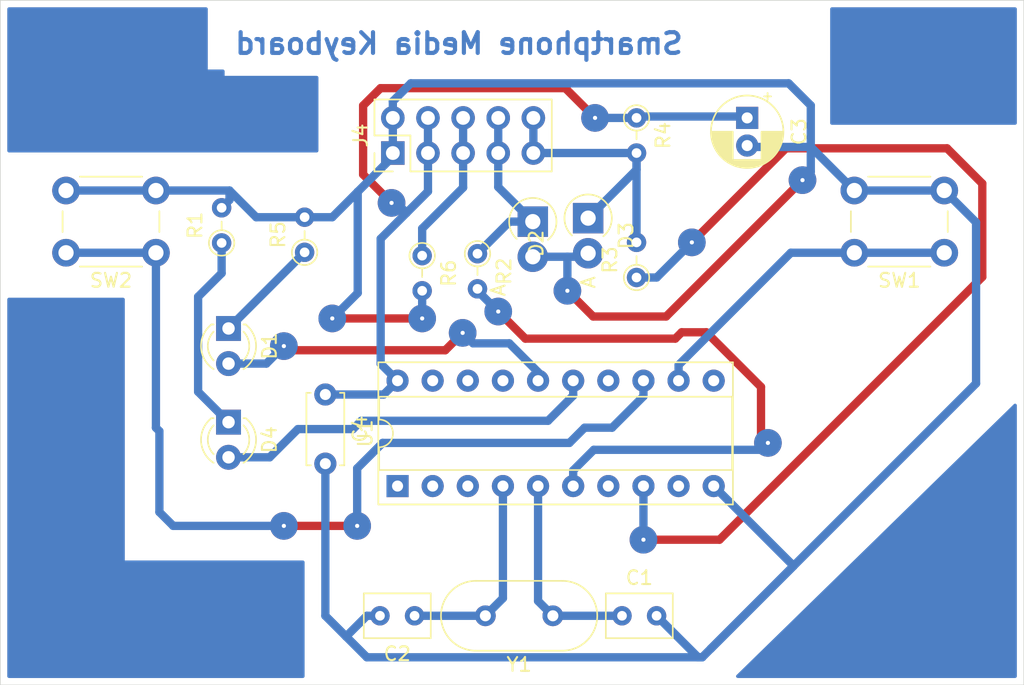
<source format=kicad_pcb>
(kicad_pcb (version 20240108) (generator "pcbnew") (generator_version "8.0")
  (layers (0 "F.Cu" signal) (31 "B.Cu" signal) (34 "B.Paste" user) (35 "F.Paste" user) (36 "B.SilkS" user "B.Silkscreen") (37 "F.SilkS" user "F.Silkscreen") (38 "B.Mask" user) (39 "F.Mask" user) (44 "Edge.Cuts" user))
  (net 0 "")
  (net 1 "GND")
  (net 2 "/XTAL1")
  (net 3 "/XTAL2")
  (net 4 "+5V")
  (net 5 "Net-(D1-K)")
  (net 6 "Net-(D1-A)")
  (net 7 "Net-(D2-K)")
  (net 8 "Net-(D3-K)")
  (net 9 "Net-(D4-A)")
  (net 10 "Net-(D4-K)")
  (net 11 "/RST")
  (net 12 "/SCK")
  (net 13 "/MOSI")
  (net 14 "/MISO")
  (net 15 "/D+")
  (net 16 "/D-")
  (net 17 "Net-(U1-PB0)")
  (net 18 "Net-(U1-PB1)")
  (net 24 "Net-(J4-Pin_5)")
  (footprint "LED_THT:LED_D3.0mm_Clear" (layer "F.Cu") (at 173 118.5 -90)
    (property "Reference" "D4" (at 1.27 -2.96 90) (layer "F.SilkS"))
    (property "Value" "LED")
    (fp_line (start -0.29 1.08) (end -0.29 1.236) (stroke (width 0.12)) (layer "F.SilkS"))
    (fp_line (start -0.29 -1.236) (end -0.29 -1.08) (stroke (width 0.12)) (layer "F.SilkS"))
    (fp_arc (start 2.31113 1.079837) (mid 1.270117 1.5) (end 0.229039 1.08) (stroke (width 0.12)) (layer "F.SilkS"))
    (fp_arc (start 2.942335 1.078608) (mid 1.366487 1.987659) (end -0.29 1.235516) (stroke (width 0.12)) (layer "F.SilkS"))
    (fp_arc (start 0.229039 -1.08) (mid 1.270117 -1.5) (end 2.31113 -1.079837) (stroke (width 0.12)) (layer "F.SilkS"))
    (fp_arc (start -0.29 -1.235516) (mid 1.366487 -1.987659) (end 2.942335 -1.078608) (stroke (width 0.12)) (layer "F.SilkS"))
    (pad "1" thru_hole rect (at 0 0 270) (size 1.8 1.8) (drill 0.9) (layers "*.Cu" "*.Mask") (net 10 "Net-(D4-K)"))
    (pad "2" thru_hole circle (at 2.54 0 270) (size 1.8 1.8) (drill 0.9) (layers "*.Cu" "*.Mask") (net 9 "Net-(D4-A)"))
  )
  (footprint "Capacitor_THT:C_Rect_L4.6mm_W3.0mm_P2.50mm_MKS02_FKP02" (layer "F.Cu") (at 186.45 132.5 180)
    (property "Reference" "C2" (at 1.25 -2.75 0) (layer "F.SilkS"))
    (property "Value" "22pF")
    (fp_line (start 3.67 -1.62) (end 3.67 1.62) (stroke (width 0.12)) (layer "F.SilkS"))
    (fp_line (start -1.17 1.62) (end 3.67 1.62) (stroke (width 0.12)) (layer "F.SilkS"))
    (fp_line (start -1.17 -1.62) (end 3.67 -1.62) (stroke (width 0.12)) (layer "F.SilkS"))
    (fp_line (start -1.17 -1.62) (end -1.17 1.62) (stroke (width 0.12)) (layer "F.SilkS"))
    (pad "1" thru_hole circle (at 0 0 180) (size 1.4 1.4) (drill 0.7) (layers "*.Cu" "*.Mask") (net 3 "/XTAL2"))
    (pad "2" thru_hole circle (at 2.5 0 180) (size 1.4 1.4) (drill 0.7) (layers "*.Cu" "*.Mask") (net 1 "GND"))
  )
  (footprint "Capacitor_THT:C_Rect_L4.6mm_W3.0mm_P2.50mm_MKS02_FKP02" (layer "F.Cu") (at 201.45 132.5)
    (property "Reference" "C1" (at 1.25 -2.75 0) (layer "F.SilkS"))
    (property "Value" "22pF")
    (fp_line (start -1.17 -1.62) (end -1.17 1.62) (stroke (width 0.12)) (layer "F.SilkS"))
    (fp_line (start -1.17 -1.62) (end 3.67 -1.62) (stroke (width 0.12)) (layer "F.SilkS"))
    (fp_line (start -1.17 1.62) (end 3.67 1.62) (stroke (width 0.12)) (layer "F.SilkS"))
    (fp_line (start 3.67 -1.62) (end 3.67 1.62) (stroke (width 0.12)) (layer "F.SilkS"))
    (pad "1" thru_hole circle (at 0 0) (size 1.4 1.4) (drill 0.7) (layers "*.Cu" "*.Mask") (net 2 "/XTAL1"))
    (pad "2" thru_hole circle (at 2.5 0) (size 1.4 1.4) (drill 0.7) (layers "*.Cu" "*.Mask") (net 1 "GND"))
  )
  (footprint "Resistor_THT:R_Axial_DIN0204_L3.6mm_D1.6mm_P2.54mm_Vertical" (layer "F.Cu") (at 191 106.32 -90)
    (property "Reference" "R2" (at 1.27 -1.92 90) (layer "F.SilkS"))
    (property "Value" "68")
    (fp_line (start 0.92 0) (end 1.54 0) (stroke (width 0.12)) (layer "F.SilkS"))
    (fp_circle (center 0 0) (end 0.92 0) (stroke (width 0.12)) (fill none) (layer "F.SilkS"))
    (pad "1" thru_hole circle (at 0 0 270) (size 1.4 1.4) (drill 0.7) (layers "*.Cu" "*.Mask") (net 7 "Net-(D2-K)"))
    (pad "2" thru_hole oval (at 2.54 0 270) (size 1.4 1.4) (drill 0.7) (layers "*.Cu" "*.Mask") (net 15 "/D+"))
  )
  (footprint "Diode_THT:D_DO-41_SOD81_P2.54mm_Vertical_AnodeUp" (layer "F.Cu") (at 199 103.748234 -90)
    (property "Reference" "D3" (at 1.27 -2.750635 90) (layer "F.SilkS"))
    (property "Value" "3.6v")
    (fp_arc (start 1.251551 1.167366) (mid -1.710877 -0.044974) (end 1.311153 -1.1) (stroke (width 0.12)) (layer "F.SilkS"))
    (fp_text user "A" (at 4.64 0 90) (layer "F.SilkS"))
    (pad "1" thru_hole rect (at 0 0 270) (size 2.2 2.2) (drill 1.1) (layers "*.Cu" "*.Mask") (net 8 "Net-(D3-K)"))
    (pad "2" thru_hole oval (at 2.54 0 270) (size 2.2 2.2) (drill 1.1) (layers "*.Cu" "*.Mask") (net 1 "GND"))
  )
  (footprint "Resistor_THT:R_Axial_DIN0204_L3.6mm_D1.6mm_P2.54mm_Vertical" (layer "F.Cu") (at 187 106.46 -90)
    (property "Reference" "R6" (at 1.27 -1.92 90) (layer "F.SilkS"))
    (property "Value" "5.1k")
    (fp_line (start 0.92 0) (end 1.54 0) (stroke (width 0.12)) (layer "F.SilkS"))
    (fp_circle (center 0 0) (end 0.92 0) (stroke (width 0.12)) (fill none) (layer "F.SilkS"))
    (pad "1" thru_hole circle (at 0 0 270) (size 1.4 1.4) (drill 0.7) (layers "*.Cu" "*.Mask") (net 24 "Net-(J4-Pin_5)"))
    (pad "2" thru_hole oval (at 2.54 0 270) (size 1.4 1.4) (drill 0.7) (layers "*.Cu" "*.Mask") (net 1 "GND"))
  )
  (footprint "Resistor_THT:R_Axial_DIN0204_L3.6mm_D1.6mm_P2.54mm_Vertical" (layer "F.Cu") (at 202.5 108.04 90)
    (property "Reference" "R3" (at 1.27 -1.92 90) (layer "F.SilkS"))
    (property "Value" "68")
    (fp_line (start 0.92 0) (end 1.54 0) (stroke (width 0.12)) (layer "F.SilkS"))
    (fp_circle (center 0 0) (end 0.92 0) (stroke (width 0.12)) (fill none) (layer "F.SilkS"))
    (pad "1" thru_hole circle (at 0 0 90) (size 1.4 1.4) (drill 0.7) (layers "*.Cu" "*.Mask") (net 16 "/D-"))
    (pad "2" thru_hole oval (at 2.54 0 90) (size 1.4 1.4) (drill 0.7) (layers "*.Cu" "*.Mask") (net 8 "Net-(D3-K)"))
  )
  (footprint "Button_Switch_THT:SW_PUSH_6mm" (layer "F.Cu") (at 167.75 106.25 180)
    (property "Reference" "SW2" (at 3.25 -2 0) (layer "F.SilkS"))
    (property "Value" "SW_PAUSE")
    (fp_line (start 6.75 3) (end 6.75 1.5) (stroke (width 0.12)) (layer "F.SilkS"))
    (fp_line (start 5.5 -1) (end 1 -1) (stroke (width 0.12)) (layer "F.SilkS"))
    (fp_line (start 1 5.5) (end 5.5 5.5) (stroke (width 0.12)) (layer "F.SilkS"))
    (fp_line (start -0.25 1.5) (end -0.25 3) (stroke (width 0.12)) (layer "F.SilkS"))
    (pad "1" thru_hole circle (at 0 0 270) (size 2 2) (drill 1.1) (layers "*.Cu" "*.Mask") (net 18 "Net-(U1-PB1)"))
    (pad "1" thru_hole circle (at 6.5 0 270) (size 2 2) (drill 1.1) (layers "*.Cu" "*.Mask") (net 18 "Net-(U1-PB1)"))
    (pad "2" thru_hole circle (at 0 4.5 270) (size 2 2) (drill 1.1) (layers "*.Cu" "*.Mask") (net 1 "GND"))
    (pad "2" thru_hole circle (at 6.5 4.5 270) (size 2 2) (drill 1.1) (layers "*.Cu" "*.Mask") (net 1 "GND"))
  )
  (footprint "Capacitor_THT:C_Disc_D5.0mm_W2.5mm_P5.00mm" (layer "F.Cu") (at 180 116.5 -90)
    (property "Reference" "C4" (at 2.5 -2.5 90) (layer "F.SilkS"))
    (property "Value" "1uF")
    (fp_line (start -0.12 1.37) (end 5.12 1.37) (stroke (width 0.12)) (layer "F.SilkS"))
    (fp_line (start -0.12 1.055) (end -0.12 1.37) (stroke (width 0.12)) (layer "F.SilkS"))
    (fp_line (start 5.12 1.055) (end 5.12 1.37) (stroke (width 0.12)) (layer "F.SilkS"))
    (fp_line (start -0.12 -1.37) (end -0.12 -1.055) (stroke (width 0.12)) (layer "F.SilkS"))
    (fp_line (start -0.12 -1.37) (end 5.12 -1.37) (stroke (width 0.12)) (layer "F.SilkS"))
    (fp_line (start 5.12 -1.37) (end 5.12 -1.055) (stroke (width 0.12)) (layer "F.SilkS"))
    (pad "1" thru_hole circle (at 0 0 270) (size 1.6 1.6) (drill 0.8) (layers "*.Cu" "*.Mask") (net 4 "+5V"))
    (pad "2" thru_hole circle (at 5 0 270) (size 1.6 1.6) (drill 0.8) (layers "*.Cu" "*.Mask") (net 1 "GND"))
  )
  (footprint "Package_DIP:DIP-20_W7.62mm_Socket" (layer "F.Cu") (at 185.22 123.12 90)
    (property "Reference" "U1" (at 3.81 -2.33 90) (layer "F.SilkS"))
    (property "Value" "ATtiny2313-20S")
    (fp_line (start 8.95 -1.39) (end -1.33 -1.39) (stroke (width 0.12)) (layer "F.SilkS"))
    (fp_line (start -1.33 -1.39) (end -1.33 24.25) (stroke (width 0.12)) (layer "F.SilkS"))
    (fp_line (start 6.46 -1.33) (end 4.81 -1.33) (stroke (width 0.12)) (layer "F.SilkS"))
    (fp_line (start 2.81 -1.33) (end 1.16 -1.33) (stroke (width 0.12)) (layer "F.SilkS"))
    (fp_line (start 1.16 -1.33) (end 1.16 24.19) (stroke (width 0.12)) (layer "F.SilkS"))
    (fp_line (start 6.46 24.19) (end 6.46 -1.33) (stroke (width 0.12)) (layer "F.SilkS"))
    (fp_line (start 1.16 24.19) (end 6.46 24.19) (stroke (width 0.12)) (layer "F.SilkS"))
    (fp_line (start 8.95 24.25) (end 8.95 -1.39) (stroke (width 0.12)) (layer "F.SilkS"))
    (fp_line (start -1.33 24.25) (end 8.95 24.25) (stroke (width 0.12)) (layer "F.SilkS"))
    (fp_arc (start 4.81 -1.33) (mid 3.81 -0.33) (end 2.81 -1.33) (stroke (width 0.12)) (layer "F.SilkS"))
    (pad "1" thru_hole rect (at 0 0 90) (size 1.6 1.6) (drill 0.8) (layers "*.Cu" "*.Mask") (net 11 "/RST"))
    (pad "2" thru_hole oval (at 0 2.54 90) (size 1.6 1.6) (drill 0.8) (layers "*.Cu" "*.Mask"))
    (pad "3" thru_hole oval (at 0 5.08 90) (size 1.6 1.6) (drill 0.8) (layers "*.Cu" "*.Mask"))
    (pad "4" thru_hole oval (at 0 7.62 90) (size 1.6 1.6) (drill 0.8) (layers "*.Cu" "*.Mask") (net 3 "/XTAL2"))
    (pad "5" thru_hole oval (at 0 10.16 90) (size 1.6 1.6) (drill 0.8) (layers "*.Cu" "*.Mask") (net 2 "/XTAL1"))
    (pad "6" thru_hole oval (at 0 12.7 90) (size 1.6 1.6) (drill 0.8) (layers "*.Cu" "*.Mask") (net 15 "/D+"))
    (pad "7" thru_hole oval (at 0 15.24 90) (size 1.6 1.6) (drill 0.8) (layers "*.Cu" "*.Mask"))
    (pad "8" thru_hole oval (at 0 17.78 90) (size 1.6 1.6) (drill 0.8) (layers "*.Cu" "*.Mask") (net 16 "/D-"))
    (pad "9" thru_hole oval (at 0 20.32 90) (size 1.6 1.6) (drill 0.8) (layers "*.Cu" "*.Mask"))
    (pad "10" thru_hole oval (at 0 22.86 90) (size 1.6 1.6) (drill 0.8) (layers "*.Cu" "*.Mask") (net 1 "GND"))
    (pad "11" thru_hole oval (at 7.62 22.86 90) (size 1.6 1.6) (drill 0.8) (layers "*.Cu" "*.Mask"))
    (pad "12" thru_hole oval (at 7.62 20.32 90) (size 1.6 1.6) (drill 0.8) (layers "*.Cu" "*.Mask") (net 17 "Net-(U1-PB0)"))
    (pad "13" thru_hole oval (at 7.62 17.78 90) (size 1.6 1.6) (drill 0.8) (layers "*.Cu" "*.Mask") (net 18 "Net-(U1-PB1)"))
    (pad "14" thru_hole oval (at 7.62 15.24 90) (size 1.6 1.6) (drill 0.8) (layers "*.Cu" "*.Mask"))
    (pad "15" thru_hole oval (at 7.62 12.7 90) (size 1.6 1.6) (drill 0.8) (layers "*.Cu" "*.Mask") (net 9 "Net-(D4-A)"))
    (pad "16" thru_hole oval (at 7.62 10.16 90) (size 1.6 1.6) (drill 0.8) (layers "*.Cu" "*.Mask") (net 6 "Net-(D1-A)"))
    (pad "17" thru_hole oval (at 7.62 7.62 90) (size 1.6 1.6) (drill 0.8) (layers "*.Cu" "*.Mask") (net 13 "/MOSI"))
    (pad "18" thru_hole oval (at 7.62 5.08 90) (size 1.6 1.6) (drill 0.8) (layers "*.Cu" "*.Mask") (net 14 "/MISO"))
    (pad "19" thru_hole oval (at 7.62 2.54 90) (size 1.6 1.6) (drill 0.8) (layers "*.Cu" "*.Mask") (net 12 "/SCK"))
    (pad "20" thru_hole oval (at 7.62 0 90) (size 1.6 1.6) (drill 0.8) (layers "*.Cu" "*.Mask") (net 4 "+5V"))
  )
  (footprint "Capacitor_THT:CP_Radial_D5.0mm_P2.00mm" (layer "F.Cu") (at 210.5 96.5 -90)
    (property "Reference" "C3" (at 1 -3.75 90) (layer "F.SilkS"))
    (property "Value" "47uF+")
    (fp_line (start 1 1.04) (end 1 2.58) (stroke (width 0.12)) (layer "F.SilkS"))
    (fp_line (start 1.04 1.04) (end 1.04 2.58) (stroke (width 0.12)) (layer "F.SilkS"))
    (fp_line (start 1.08 1.04) (end 1.08 2.579) (stroke (width 0.12)) (layer "F.SilkS"))
    (fp_line (start 1.12 1.04) (end 1.12 2.578) (stroke (width 0.12)) (layer "F.SilkS"))
    (fp_line (start 1.16 1.04) (end 1.16 2.576) (stroke (width 0.12)) (layer "F.SilkS"))
    (fp_line (start 1.2 1.04) (end 1.2 2.573) (stroke (width 0.12)) (layer "F.SilkS"))
    (fp_line (start 1.24 1.04) (end 1.24 2.569) (stroke (width 0.12)) (layer "F.SilkS"))
    (fp_line (start 1.28 1.04) (end 1.28 2.565) (stroke (width 0.12)) (layer "F.SilkS"))
    (fp_line (start 1.32 1.04) (end 1.32 2.561) (stroke (width 0.12)) (layer "F.SilkS"))
    (fp_line (start 1.36 1.04) (end 1.36 2.556) (stroke (width 0.12)) (layer "F.SilkS"))
    (fp_line (start 1.4 1.04) (end 1.4 2.55) (stroke (width 0.12)) (layer "F.SilkS"))
    (fp_line (start 1.44 1.04) (end 1.44 2.543) (stroke (width 0.12)) (layer "F.SilkS"))
    (fp_line (start 1.48 1.04) (end 1.48 2.536) (stroke (width 0.12)) (layer "F.SilkS"))
    (fp_line (start 1.52 1.04) (end 1.52 2.528) (stroke (width 0.12)) (layer "F.SilkS"))
    (fp_line (start 1.56 1.04) (end 1.56 2.52) (stroke (width 0.12)) (layer "F.SilkS"))
    (fp_line (start 1.6 1.04) (end 1.6 2.511) (stroke (width 0.12)) (layer "F.SilkS"))
    (fp_line (start 1.64 1.04) (end 1.64 2.501) (stroke (width 0.12)) (layer "F.SilkS"))
    (fp_line (start 1.68 1.04) (end 1.68 2.491) (stroke (width 0.12)) (layer "F.SilkS"))
    (fp_line (start 1.721 1.04) (end 1.721 2.48) (stroke (width 0.12)) (layer "F.SilkS"))
    (fp_line (start 1.761 1.04) (end 1.761 2.468) (stroke (width 0.12)) (layer "F.SilkS"))
    (fp_line (start 1.801 1.04) (end 1.801 2.455) (stroke (width 0.12)) (layer "F.SilkS"))
    (fp_line (start 1.841 1.04) (end 1.841 2.442) (stroke (width 0.12)) (layer "F.SilkS"))
    (fp_line (start 1.881 1.04) (end 1.881 2.428) (stroke (width 0.12)) (layer "F.SilkS"))
    (fp_line (start 1.921 1.04) (end 1.921 2.414) (stroke (width 0.12)) (layer "F.SilkS"))
    (fp_line (start 1.961 1.04) (end 1.961 2.398) (stroke (width 0.12)) (layer "F.SilkS"))
    (fp_line (start 2.001 1.04) (end 2.001 2.382) (stroke (width 0.12)) (layer "F.SilkS"))
    (fp_line (start 2.041 1.04) (end 2.041 2.365) (stroke (width 0.12)) (layer "F.SilkS"))
    (fp_line (start 2.081 1.04) (end 2.081 2.348) (stroke (width 0.12)) (layer "F.SilkS"))
    (fp_line (start 2.121 1.04) (end 2.121 2.329) (stroke (width 0.12)) (layer "F.SilkS"))
    (fp_line (start 2.161 1.04) (end 2.161 2.31) (stroke (width 0.12)) (layer "F.SilkS"))
    (fp_line (start 2.201 1.04) (end 2.201 2.29) (stroke (width 0.12)) (layer "F.SilkS"))
    (fp_line (start 2.241 1.04) (end 2.241 2.268) (stroke (width 0.12)) (layer "F.SilkS"))
    (fp_line (start 2.281 1.04) (end 2.281 2.247) (stroke (width 0.12)) (layer "F.SilkS"))
    (fp_line (start 2.321 1.04) (end 2.321 2.224) (stroke (width 0.12)) (layer "F.SilkS"))
    (fp_line (start 2.361 1.04) (end 2.361 2.2) (stroke (width 0.12)) (layer "F.SilkS"))
    (fp_line (start 2.401 1.04) (end 2.401 2.175) (stroke (width 0.12)) (layer "F.SilkS"))
    (fp_line (start 2.441 1.04) (end 2.441 2.149) (stroke (width 0.12)) (layer "F.SilkS"))
    (fp_line (start 2.481 1.04) (end 2.481 2.122) (stroke (width 0.12)) (layer "F.SilkS"))
    (fp_line (start 2.521 1.04) (end 2.521 2.095) (stroke (width 0.12)) (layer "F.SilkS"))
    (fp_line (start 2.561 1.04) (end 2.561 2.065) (stroke (width 0.12)) (layer "F.SilkS"))
    (fp_line (start 2.601 1.04) (end 2.601 2.035) (stroke (width 0.12)) (layer "F.SilkS"))
    (fp_line (start 2.641 1.04) (end 2.641 2.004) (stroke (width 0.12)) (layer "F.SilkS"))
    (fp_line (start 2.681 1.04) (end 2.681 1.971) (stroke (width 0.12)) (layer "F.SilkS"))
    (fp_line (start 2.721 1.04) (end 2.721 1.937) (stroke (width 0.12)) (layer "F.SilkS"))
    (fp_line (start 2.761 1.04) (end 2.761 1.901) (stroke (width 0.12)) (layer "F.SilkS"))
    (fp_line (start 2.801 1.04) (end 2.801 1.864) (stroke (width 0.12)) (layer "F.SilkS"))
    (fp_line (start 2.841 1.04) (end 2.841 1.826) (stroke (width 0.12)) (layer "F.SilkS"))
    (fp_line (start 2.881 1.04) (end 2.881 1.785) (stroke (width 0.12)) (layer "F.SilkS"))
    (fp_line (start 2.921 1.04) (end 2.921 1.743) (stroke (width 0.12)) (layer "F.SilkS"))
    (fp_line (start 2.961 1.04) (end 2.961 1.699) (stroke (width 0.12)) (layer "F.SilkS"))
    (fp_line (start 3.001 1.04) (end 3.001 1.653) (stroke (width 0.12)) (layer "F.SilkS"))
    (fp_line (start 3.601 -0.284) (end 3.601 0.284) (stroke (width 0.12)) (layer "F.SilkS"))
    (fp_line (start 3.561 -0.518) (end 3.561 0.518) (stroke (width 0.12)) (layer "F.SilkS"))
    (fp_line (start 3.521 -0.677) (end 3.521 0.677) (stroke (width 0.12)) (layer "F.SilkS"))
    (fp_line (start 3.481 -0.805) (end 3.481 0.805) (stroke (width 0.12)) (layer "F.SilkS"))
    (fp_line (start 3.441 -0.915) (end 3.441 0.915) (stroke (width 0.12)) (layer "F.SilkS"))
    (fp_line (start 3.401 -1.011) (end 3.401 1.011) (stroke (width 0.12)) (layer "F.SilkS"))
    (fp_line (start 3.361 -1.098) (end 3.361 1.098) (stroke (width 0.12)) (layer "F.SilkS"))
    (fp_line (start 3.321 -1.178) (end 3.321 1.178) (stroke (width 0.12)) (layer "F.SilkS"))
    (fp_line (start 3.281 -1.251) (end 3.281 1.251) (stroke (width 0.12)) (layer "F.SilkS"))
    (fp_line (start 3.241 -1.319) (end 3.241 1.319) (stroke (width 0.12)) (layer "F.SilkS"))
    (fp_line (start 3.201 -1.383) (end 3.201 1.383) (stroke (width 0.12)) (layer "F.SilkS"))
    (fp_line (start 3.161 -1.443) (end 3.161 1.443) (stroke (width 0.12)) (layer "F.SilkS"))
    (fp_line (start -1.804775 -1.475) (end -1.304775 -1.475) (stroke (width 0.12)) (layer "F.SilkS"))
    (fp_line (start 3.121 -1.5) (end 3.121 1.5) (stroke (width 0.12)) (layer "F.SilkS"))
    (fp_line (start 3.081 -1.554) (end 3.081 1.554) (stroke (width 0.12)) (layer "F.SilkS"))
    (fp_line (start 3.041 -1.605) (end 3.041 1.605) (stroke (width 0.12)) (layer "F.SilkS"))
    (fp_line (start 3.001 -1.653) (end 3.001 -1.04) (stroke (width 0.12)) (layer "F.SilkS"))
    (fp_line (start 2.961 -1.699) (end 2.961 -1.04) (stroke (width 0.12)) (layer "F.SilkS"))
    (fp_line (start -1.554775 -1.725) (end -1.554775 -1.225) (stroke (width 0.12)) (layer "F.SilkS"))
    (fp_line (start 2.921 -1.743) (end 2.921 -1.04) (stroke (width 0.12)) (layer "F.SilkS"))
    (fp_line (start 2.881 -1.785) (end 2.881 -1.04) (stroke (width 0.12)) (layer "F.SilkS"))
    (fp_line (start 2.841 -1.826) (end 2.841 -1.04) (stroke (width 0.12)) (layer "F.SilkS"))
    (fp_line (start 2.801 -1.864) (end 2.801 -1.04) (stroke (width 0.12)) (layer "F.SilkS"))
    (fp_line (start 2.761 -1.901) (end 2.761 -1.04) (stroke (width 0.12)) (layer "F.SilkS"))
    (fp_line (start 2.721 -1.937) (end 2.721 -1.04) (stroke (width 0.12)) (layer "F.SilkS"))
    (fp_line (start 2.681 -1.971) (end 2.681 -1.04) (stroke (width 0.12)) (layer "F.SilkS"))
    (fp_line (start 2.641 -2.004) (end 2.641 -1.04) (stroke (width 0.12)) (layer "F.SilkS"))
    (fp_line (start 2.601 -2.035) (end 2.601 -1.04) (stroke (width 0.12)) (layer "F.SilkS"))
    (fp_line (start 2.561 -2.065) (end 2.561 -1.04) (stroke (width 0.12)) (layer "F.SilkS"))
    (fp_line (start 2.521 -2.095) (end 2.521 -1.04) (stroke (width 0.12)) (layer "F.SilkS"))
    (fp_line (start 2.481 -2.122) (end 2.481 -1.04) (stroke (width 0.12)) (layer "F.SilkS"))
    (fp_line (start 2.441 -2.149) (end 2.441 -1.04) (stroke (width 0.12)) (layer "F.SilkS"))
    (fp_line (start 2.401 -2.175) (end 2.401 -1.04) (stroke (width 0.12)) (layer "F.SilkS"))
    (fp_line (start 2.361 -2.2) (end 2.361 -1.04) (stroke (width 0.12)) (layer "F.SilkS"))
    (fp_line (start 2.321 -2.224) (end 2.321 -1.04) (stroke (width 0.12)) (layer "F.SilkS"))
    (fp_line (start 2.281 -2.247) (end 2.281 -1.04) (stroke (width 0.12)) (layer "F.SilkS"))
    (fp_line (start 2.241 -2.268) (end 2.241 -1.04) (stroke (width 0.12)) (layer "F.SilkS"))
    (fp_line (start 2.201 -2.29) (end 2.201 -1.04) (stroke (width 0.12)) (layer "F.SilkS"))
    (fp_line (start 2.161 -2.31) (end 2.161 -1.04) (stroke (width 0.12)) (layer "F.SilkS"))
    (fp_line (start 2.121 -2.329) (end 2.121 -1.04) (stroke (width 0.12)) (layer "F.SilkS"))
    (fp_line (start 2.081 -2.348) (end 2.081 -1.04) (stroke (width 0.12)) (layer "F.SilkS"))
    (fp_line (start 2.041 -2.365) (end 2.041 -1.04) (stroke (width 0.12)) (layer "F.SilkS"))
    (fp_line (start 2.001 -2.382) (end 2.001 -1.04) (stroke (width 0.12)) (layer "F.SilkS"))
    (fp_line (start 1.961 -2.398) (end 1.961 -1.04) (stroke (width 0.12)) (layer "F.SilkS"))
    (fp_line (start 1.921 -2.414) (end 1.921 -1.04) (stroke (width 0.12)) (layer "F.SilkS"))
    (fp_line (start 1.881 -2.428) (end 1.881 -1.04) (stroke (width 0.12)) (layer "F.SilkS"))
    (fp_line (start 1.841 -2.442) (end 1.841 -1.04) (stroke (width 0.12)) (layer "F.SilkS"))
    (fp_line (start 1.801 -2.455) (end 1.801 -1.04) (stroke (width 0.12)) (layer "F.SilkS"))
    (fp_line (start 1.761 -2.468) (end 1.761 -1.04) (stroke (width 0.12)) (layer "F.SilkS"))
    (fp_line (start 1.721 -2.48) (end 1.721 -1.04) (stroke (width 0.12)) (layer "F.SilkS"))
    (fp_line (start 1.68 -2.491) (end 1.68 -1.04) (stroke (width 0.12)) (layer "F.SilkS"))
    (fp_line (start 1.64 -2.501) (end 1.64 -1.04) (stroke (width 0.12)) (layer "F.SilkS"))
    (fp_line (start 1.6 -2.511) (end 1.6 -1.04) (stroke (width 0.12)) (layer "F.SilkS"))
    (fp_line (start 1.56 -2.52) (end 1.56 -1.04) (stroke (width 0.12)) (layer "F.SilkS"))
    (fp_line (start 1.52 -2.528) (end 1.52 -1.04) (stroke (width 0.12)) (layer "F.SilkS"))
    (fp_line (start 1.48 -2.536) (end 1.48 -1.04) (stroke (width 0.12)) (layer "F.SilkS"))
    (fp_line (start 1.44 -2.543) (end 1.44 -1.04) (stroke (width 0.12)) (layer "F.SilkS"))
    (fp_line (start 1.4 -2.55) (end 1.4 -1.04) (stroke (width 0.12)) (layer "F.SilkS"))
    (fp_line (start 1.36 -2.556) (end 1.36 -1.04) (stroke (width 0.12)) (layer "F.SilkS"))
    (fp_line (start 1.32 -2.561) (end 1.32 -1.04) (stroke (width 0.12)) (layer "F.SilkS"))
    (fp_line (start 1.28 -2.565) (end 1.28 -1.04) (stroke (width 0.12)) (layer "F.SilkS"))
    (fp_line (start 1.24 -2.569) (end 1.24 -1.04) (stroke (width 0.12)) (layer "F.SilkS"))
    (fp_line (start 1.2 -2.573) (end 1.2 -1.04) (stroke (width 0.12)) (layer "F.SilkS"))
    (fp_line (start 1.16 -2.576) (end 1.16 -1.04) (stroke (width 0.12)) (layer "F.SilkS"))
    (fp_line (start 1.12 -2.578) (end 1.12 -1.04) (stroke (width 0.12)) (layer "F.SilkS"))
    (fp_line (start 1.08 -2.579) (end 1.08 -1.04) (stroke (width 0.12)) (layer "F.SilkS"))
    (fp_line (start 1 -2.58) (end 1 -1.04) (stroke (width 0.12)) (layer "F.SilkS"))
    (fp_line (start 1.04 -2.58) (end 1.04 -1.04) (stroke (width 0.12)) (layer "F.SilkS"))
    (fp_circle (center 1 0) (end 3.62 0) (stroke (width 0.12)) (fill none) (layer "F.SilkS"))
    (pad "1" thru_hole rect (at 0 0 270) (size 1.6 1.6) (drill 0.8) (layers "*.Cu" "*.Mask") (net 4 "+5V"))
    (pad "2" thru_hole circle (at 2 0 270) (size 1.6 1.6) (drill 0.8) (layers "*.Cu" "*.Mask") (net 1 "GND"))
  )
  (footprint "Resistor_THT:R_Axial_DIN0204_L3.6mm_D1.6mm_P2.54mm_Vertical" (layer "F.Cu") (at 202.5 96.5 -90)
    (property "Reference" "R4" (at 1.27 -1.92 90) (layer "F.SilkS"))
    (property "Value" "1.5k")
    (fp_line (start 0.92 0) (end 1.54 0) (stroke (width 0.12)) (layer "F.SilkS"))
    (fp_circle (center 0 0) (end 0.92 0) (stroke (width 0.12)) (fill none) (layer "F.SilkS"))
    (pad "1" thru_hole circle (at 0 0 270) (size 1.4 1.4) (drill 0.7) (layers "*.Cu" "*.Mask") (net 4 "+5V"))
    (pad "2" thru_hole oval (at 2.54 0 270) (size 1.4 1.4) (drill 0.7) (layers "*.Cu" "*.Mask") (net 8 "Net-(D3-K)"))
  )
  (footprint "Crystal:Crystal_HC49-U_Vertical" (layer "F.Cu") (at 196.45 132.5 180)
    (property "Reference" "Y1" (at 2.44 -3.525 0) (layer "F.SilkS"))
    (property "Value" "12MHz")
    (fp_line (start -0.685 2.525) (end 5.565 2.525) (stroke (width 0.12)) (layer "F.SilkS"))
    (fp_line (start -0.685 -2.525) (end 5.565 -2.525) (stroke (width 0.12)) (layer "F.SilkS"))
    (fp_arc (start 5.565 -2.525) (mid 8.09 0) (end 5.565 2.525) (stroke (width 0.12)) (layer "F.SilkS"))
    (fp_arc (start -0.685 2.525) (mid -3.21 0) (end -0.685 -2.525) (stroke (width 0.12)) (layer "F.SilkS"))
    (pad "1" thru_hole circle (at 0 0 180) (size 1.5 1.5) (drill 0.8) (layers "*.Cu" "*.Mask") (net 2 "/XTAL1"))
    (pad "2" thru_hole circle (at 4.88 0 180) (size 1.5 1.5) (drill 0.8) (layers "*.Cu" "*.Mask") (net 3 "/XTAL2"))
  )
  (footprint "LED_THT:LED_D3.0mm_Clear" (layer "F.Cu") (at 173 111.725 -90)
    (property "Reference" "D1" (at 1.27 -2.96 90) (layer "F.SilkS"))
    (property "Value" "LED")
    (fp_line (start -0.29 1.08) (end -0.29 1.236) (stroke (width 0.12)) (layer "F.SilkS"))
    (fp_line (start -0.29 -1.236) (end -0.29 -1.08) (stroke (width 0.12)) (layer "F.SilkS"))
    (fp_arc (start 2.31113 1.079837) (mid 1.270117 1.5) (end 0.229039 1.08) (stroke (width 0.12)) (layer "F.SilkS"))
    (fp_arc (start 2.942335 1.078608) (mid 1.366487 1.987659) (end -0.29 1.235516) (stroke (width 0.12)) (layer "F.SilkS"))
    (fp_arc (start 0.229039 -1.08) (mid 1.270117 -1.5) (end 2.31113 -1.079837) (stroke (width 0.12)) (layer "F.SilkS"))
    (fp_arc (start -0.29 -1.235516) (mid 1.366487 -1.987659) (end 2.942335 -1.078608) (stroke (width 0.12)) (layer "F.SilkS"))
    (pad "1" thru_hole rect (at 0 0 270) (size 1.8 1.8) (drill 0.9) (layers "*.Cu" "*.Mask") (net 5 "Net-(D1-K)"))
    (pad "2" thru_hole circle (at 2.54 0 270) (size 1.8 1.8) (drill 0.9) (layers "*.Cu" "*.Mask") (net 6 "Net-(D1-A)"))
  )
  (footprint "Button_Switch_THT:SW_PUSH_6mm" (layer "F.Cu") (at 224.75 106.25 180)
    (property "Reference" "SW1" (at 3.25 -2 0) (layer "F.SilkS"))
    (property "Value" "SW_NEXT")
    (fp_line (start 6.75 3) (end 6.75 1.5) (stroke (width 0.12)) (layer "F.SilkS"))
    (fp_line (start 5.5 -1) (end 1 -1) (stroke (width 0.12)) (layer "F.SilkS"))
    (fp_line (start 1 5.5) (end 5.5 5.5) (stroke (width 0.12)) (layer "F.SilkS"))
    (fp_line (start -0.25 1.5) (end -0.25 3) (stroke (width 0.12)) (layer "F.SilkS"))
    (pad "1" thru_hole circle (at 0 0 270) (size 2 2) (drill 1.1) (layers "*.Cu" "*.Mask") (net 17 "Net-(U1-PB0)"))
    (pad "1" thru_hole circle (at 6.5 0 270) (size 2 2) (drill 1.1) (layers "*.Cu" "*.Mask") (net 17 "Net-(U1-PB0)"))
    (pad "2" thru_hole circle (at 0 4.5 270) (size 2 2) (drill 1.1) (layers "*.Cu" "*.Mask") (net 1 "GND"))
    (pad "2" thru_hole circle (at 6.5 4.5 270) (size 2 2) (drill 1.1) (layers "*.Cu" "*.Mask") (net 1 "GND"))
  )
  (footprint "Resistor_THT:R_Axial_DIN0204_L3.6mm_D1.6mm_P2.54mm_Vertical" (layer "F.Cu") (at 172.5 105.54 90)
    (property "Reference" "R1" (at 1.27 -1.92 90) (layer "F.SilkS"))
    (property "Value" "2k")
    (fp_line (start 0.92 0) (end 1.54 0) (stroke (width 0.12)) (layer "F.SilkS"))
    (fp_circle (center 0 0) (end 0.92 0) (stroke (width 0.12)) (fill none) (layer "F.SilkS"))
    (pad "1" thru_hole circle (at 0 0 90) (size 1.4 1.4) (drill 0.7) (layers "*.Cu" "*.Mask") (net 10 "Net-(D4-K)"))
    (pad "2" thru_hole oval (at 2.54 0 90) (size 1.4 1.4) (drill 0.7) (layers "*.Cu" "*.Mask") (net 1 "GND"))
  )
  (footprint "Diode_THT:D_DO-41_SOD81_P2.54mm_Vertical_AnodeUp" (layer "F.Cu") (at 195 104 -90)
    (property "Reference" "D2" (at 1.59 -0.250635 90) (layer "F.SilkS"))
    (property "Value" "3.6v")
    (fp_arc (start 1.251551 1.167366) (mid -1.710877 -0.044974) (end 1.311153 -1.1) (stroke (width 0.12)) (layer "F.SilkS"))
    (fp_text user "A" (at 4.96 2.5 90) (layer "F.SilkS"))
    (pad "1" thru_hole rect (at 0 0 270) (size 2.2 2.2) (drill 1.1) (layers "*.Cu" "*.Mask") (net 7 "Net-(D2-K)"))
    (pad "2" thru_hole oval (at 2.54 0 270) (size 2.2 2.2) (drill 1.1) (layers "*.Cu" "*.Mask") (net 1 "GND"))
  )
  (footprint "Connector_PinHeader_2.54mm:PinHeader_2x05_P2.54mm_Vertical" (layer "F.Cu") (at 184.88 99.04 90)
    (property "Reference" "J4" (at 1.27 -2.33 90) (layer "F.SilkS"))
    (property "Value" "Conn_02x05_Top_Bottom")
    (fp_line (start 3.87 -1.33) (end 3.87 11.49) (stroke (width 0.12)) (layer "F.SilkS"))
    (fp_line (start 1.27 -1.33) (end 3.87 -1.33) (stroke (width 0.12)) (layer "F.SilkS"))
    (fp_line (start -1.33 -1.33) (end 0 -1.33) (stroke (width 0.12)) (layer "F.SilkS"))
    (fp_line (start -1.33 0) (end -1.33 -1.33) (stroke (width 0.12)) (layer "F.SilkS"))
    (fp_line (start 1.27 1.27) (end 1.27 -1.33) (stroke (width 0.12)) (layer "F.SilkS"))
    (fp_line (start -1.33 1.27) (end 1.27 1.27) (stroke (width 0.12)) (layer "F.SilkS"))
    (fp_line (start -1.33 1.27) (end -1.33 11.49) (stroke (width 0.12)) (layer "F.SilkS"))
    (fp_line (start -1.33 11.49) (end 3.87 11.49) (stroke (width 0.12)) (layer "F.SilkS"))
    (pad "1" thru_hole rect (at 0 0 90) (size 1.7 1.7) (drill 1) (layers "*.Cu" "*.Mask") (net 1 "GND"))
    (pad "2" thru_hole oval (at 2.54 0 90) (size 1.7 1.7) (drill 1) (layers "*.Cu" "*.Mask") (net 1 "GND"))
    (pad "3" thru_hole oval (at 0 2.54 90) (size 1.7 1.7) (drill 1) (layers "*.Cu" "*.Mask") (net 4 "+5V"))
    (pad "4" thru_hole oval (at 2.54 2.54 90) (size 1.7 1.7) (drill 1) (layers "*.Cu" "*.Mask") (net 4 "+5V"))
    (pad "5" thru_hole oval (at 0 5.08 90) (size 1.7 1.7) (drill 1) (layers "*.Cu" "*.Mask") (net 24 "Net-(J4-Pin_5)"))
    (pad "6" thru_hole oval (at 2.54 5.08 90) (size 1.7 1.7) (drill 1) (layers "*.Cu" "*.Mask") (net 24 "Net-(J4-Pin_5)"))
    (pad "7" thru_hole oval (at 0 7.62 90) (size 1.7 1.7) (drill 1) (layers "*.Cu" "*.Mask") (net 7 "Net-(D2-K)"))
    (pad "8" thru_hole oval (at 2.54 7.62 90) (size 1.7 1.7) (drill 1) (layers "*.Cu" "*.Mask") (net 7 "Net-(D2-K)"))
    (pad "9" thru_hole oval (at 0 10.16 90) (size 1.7 1.7) (drill 1) (layers "*.Cu" "*.Mask") (net 8 "Net-(D3-K)"))
    (pad "10" thru_hole oval (at 2.54 10.16 90) (size 1.7 1.7) (drill 1) (layers "*.Cu" "*.Mask") (net 8 "Net-(D3-K)"))
  )
  (footprint "Resistor_THT:R_Axial_DIN0204_L3.6mm_D1.6mm_P2.54mm_Vertical" (layer "F.Cu") (at 178.5 106.22 90)
    (property "Reference" "R5" (at 1.27 -1.92 90) (layer "F.SilkS"))
    (property "Value" "2k")
    (fp_line (start 0.92 0) (end 1.54 0) (stroke (width 0.12)) (layer "F.SilkS"))
    (fp_circle (center 0 0) (end 0.92 0) (stroke (width 0.12)) (fill none) (layer "F.SilkS"))
    (pad "1" thru_hole circle (at 0 0 90) (size 1.4 1.4) (drill 0.7) (layers "*.Cu" "*.Mask") (net 5 "Net-(D1-K)"))
    (pad "2" thru_hole oval (at 2.54 0 90) (size 1.4 1.4) (drill 0.7) (layers "*.Cu" "*.Mask") (net 1 "GND"))
  )
  (gr_line (start 156.5 137.5) (end 156.5 88) (stroke (width 0.05)) (layer "Edge.Cuts"))
  (gr_line (start 156.5 88) (end 230.5 88) (stroke (width 0.05)) (layer "Edge.Cuts"))
  (gr_line (start 230.5 88) (end 230.5 137.5) (stroke (width 0.05)) (layer "Edge.Cuts"))
  (gr_line (start 230.5 137.5) (end 156.5 137.5) (stroke (width 0.05)) (layer "Edge.Cuts"))
  (gr_text "Smartphone Media Keyboard" (at 206 92 0) (layer "B.Cu") (effects (font (size 1.5 1.5) (thickness 0.3) (bold yes)) (justify left bottom mirror)))
  (segment (start 187 111) (end 180.5 111) (width 0.6) (layer "F.Cu") (net 1))
  (segment (start 199.36 110.86) (end 204.64 110.86) (width 0.6) (layer "F.Cu") (net 1))
  (segment (start 204.64 110.86) (end 214.5 101) (width 0.6) (layer "F.Cu") (net 1))
  (segment (start 197.5 109) (end 199.36 110.86) (width 0.6) (layer "F.Cu") (net 1))
  (via (at 187 111) (size 2) (drill 0.3) (layers "F.Cu" "B.Cu") (net 1))
  (via (at 214.5 101) (size 2) (drill 0.3) (layers "F.Cu" "B.Cu") (net 1))
  (via (at 180.5 111) (size 2) (drill 0.3) (layers "F.Cu" "B.Cu") (net 1))
  (via (at 197.5 109) (size 2) (drill 0.3) (layers "F.Cu" "B.Cu") (net 1))
  (segment (start 180.5 111) (end 182.34 109.16) (width 0.6) (layer "B.Cu") (net 1))
  (segment (start 180 121.5) (end 180 132.5) (width 0.6) (layer "B.Cu") (net 1))
  (segment (start 215.1 98.6) (end 210.5 98.6) (width 0.6) (layer "B.Cu") (net 1))
  (segment (start 218.25 101.75) (end 224.75 101.75) (width 0.6) (layer "B.Cu") (net 1))
  (segment (start 227.05 104.05) (end 227.05 115.7) (width 0.6) (layer "B.Cu") (net 1))
  (segment (start 187 109) (end 187 111) (width 0.6) (layer "B.Cu") (net 1))
  (segment (start 215.1 98.6) (end 215.1 95.6) (width 0.6) (layer "B.Cu") (net 1))
  (segment (start 180.5 103.68) (end 175 103.68) (width 0.6) (layer "B.Cu") (net 1))
  (segment (start 214.5 101) (end 215.1 100.4) (width 0.6) (layer "B.Cu") (net 1))
  (segment (start 183 135.5) (end 207.25 135.5) (width 0.6) (layer "B.Cu") (net 1))
  (segment (start 207.25 135.5) (end 207.875 134.875) (width 0.6) (layer "B.Cu") (net 1))
  (segment (start 180 132.5) (end 181.5 134) (width 0.6) (layer "B.Cu") (net 1))
  (segment (start 183.95 132.5) (end 183 132.5) (width 0.6) (layer "B.Cu") (net 1))
  (segment (start 224.75 101.75) (end 227.05 104.05) (width 0.6) (layer "B.Cu") (net 1))
  (segment (start 181.5 134) (end 183 135.5) (width 0.6) (layer "B.Cu") (net 1))
  (segment (start 197.5 106.54) (end 197.5 109) (width 0.6) (layer "B.Cu") (net 1))
  (segment (start 207.875 134.875) (end 213.855 128.895) (width 0.6) (layer "B.Cu") (net 1))
  (segment (start 172.5 103) (end 173.07 102.43) (width 0.6) (layer "B.Cu") (net 1))
  (segment (start 161.25 101.75) (end 167.75 101.75) (width 0.6) (layer "B.Cu") (net 1))
  (segment (start 198.748234 106.54) (end 197.5 106.54) (width 0.6) (layer "B.Cu") (net 1))
  (segment (start 227.05 115.7) (end 207.875 134.875) (width 0.6) (layer "B.Cu") (net 1))
  (segment (start 213.5 94) (end 186.177919 94) (width 0.6) (layer "B.Cu") (net 1))
  (segment (start 167.75 101.75) (end 173.07 101.75) (width 0.6) (layer "B.Cu") (net 1))
  (segment (start 182.34 101.84) (end 180.5 103.68) (width 0.6) (layer "B.Cu") (net 1))
  (segment (start 184.88 96.5) (end 184.88 99.04) (width 0.6) (layer "B.Cu") (net 1))
  (segment (start 173.07 101.75) (end 175 103.68) (width 0.6) (layer "B.Cu") (net 1))
  (segment (start 184.88 99.3) (end 182.34 101.84) (width 0.6) (layer "B.Cu") (net 1))
  (segment (start 199 106.288234) (end 198.748234 106.54) (width 0.6) (layer "B.Cu") (net 1))
  (segment (start 182.34 109.16) (end 182.34 101.84) (width 0.6) (layer "B.Cu") (net 1))
  (segment (start 197.5 106.54) (end 195 106.54) (width 0.6) (layer "B.Cu") (net 1))
  (segment (start 215.1 95.6) (end 213.5 94) (width 0.6) (layer "B.Cu") (net 1))
  (segment (start 215.1 100.4) (end 215.1 98.6) (width 0.6) (layer "B.Cu") (net 1))
  (segment (start 218.25 101.75) (end 215.1 98.6) (width 0.6) (layer "B.Cu") (net 1))
  (segment (start 184.88 99.04) (end 184.88 99.3) (width 0.6) (layer "B.Cu") (net 1))
  (segment (start 203.95 132.5) (end 206.95 135.5) (width 0.6) (layer "B.Cu") (net 1))
  (segment (start 184.88 95.297919) (end 184.88 96.5) (width 0.6) (layer "B.Cu") (net 1))
  (segment (start 213.855 128.895) (end 208.08 123.12) (width 0.6) (layer "B.Cu") (net 1))
  (segment (start 183 132.5) (end 181.5 134) (width 0.6) (layer "B.Cu") (net 1))
  (segment (start 173.07 102.43) (end 173.07 101.75) (width 0.6) (layer "B.Cu") (net 1))
  (segment (start 206.95 135.5) (end 207.25 135.5) (width 0.6) (layer "B.Cu") (net 1))
  (segment (start 186.177919 94) (end 184.88 95.297919) (width 0.6) (layer "B.Cu") (net 1))
  (segment (start 196.45 132.5) (end 201.45 132.5) (width 0.6) (layer "B.Cu") (net 2))
  (segment (start 196.45 132.5) (end 195.38 131.43) (width 0.6) (layer "B.Cu") (net 2))
  (segment (start 195.38 131.43) (end 195.38 123.12) (width 0.6) (layer "B.Cu") (net 2))
  (segment (start 191.57 132.5) (end 192.84 131.23) (width 0.6) (layer "B.Cu") (net 3))
  (segment (start 191.57 132.5) (end 186.45 132.5) (width 0.6) (layer "B.Cu") (net 3))
  (segment (start 192.84 131.23) (end 192.84 123.12) (width 0.6) (layer "B.Cu") (net 3))
  (segment (start 182.73 95.60944) (end 183.98944 94.35) (width 0.6) (layer "F.Cu") (net 4))
  (segment (start 182.73 100.59) (end 182.73 95.60944) (width 0.6) (layer "F.Cu") (net 4))
  (segment (start 197.35 94.35) (end 199.5 96.5) (width 0.6) (layer "F.Cu") (net 4))
  (segment (start 183.98944 94.35) (end 197.35 94.35) (width 0.6) (layer "F.Cu") (net 4))
  (segment (start 184.786346 102.646346) (end 182.73 100.59) (width 0.6) (layer "F.Cu") (net 4))
  (via (at 184.786346 102.646346) (size 2) (drill 0.3) (layers "F.Cu" "B.Cu") (net 4))
  (via (at 199.5 96.5) (size 2) (drill 0.3) (layers "F.Cu" "B.Cu") (net 4))
  (segment (start 180 116.5) (end 184.22 116.5) (width 0.6) (layer "B.Cu") (net 4))
  (segment (start 185.868629 103.368629) (end 184 105.237258) (width 0.6) (layer "B.Cu") (net 4))
  (segment (start 202.5 96.5) (end 202.6 96.4) (width 0.6) (layer "B.Cu") (net 4))
  (segment (start 185.146346 102.646346) (end 184.786346 102.646346) (width 0.6) (layer "B.Cu") (net 4))
  (segment (start 187.42 96.5) (end 187.42 99.04) (width 0.6) (layer "B.Cu") (net 4))
  (segment (start 187.42 101.817258) (end 185.868629 103.368629) (width 0.6) (layer "B.Cu") (net 4))
  (segment (start 184.22 116.5) (end 185.22 115.5) (width 0.6) (layer "B.Cu") (net 4))
  (segment (start 185.868629 103.368629) (end 185.146346 102.646346) (width 0.6) (layer "B.Cu") (net 4))
  (segment (start 184 105.237258) (end 184 114.28) (width 0.6) (layer "B.Cu") (net 4))
  (segment (start 187.42 99.04) (end 187.42 101.817258) (width 0.6) (layer "B.Cu") (net 4))
  (segment (start 184 114.28) (end 185.22 115.5) (width 0.6) (layer "B.Cu") (net 4))
  (segment (start 199.5 96.5) (end 202.5 96.5) (width 0.6) (layer "B.Cu") (net 4))
  (segment (start 202.6 96.4) (end 210.5 96.4) (width 0.6) (layer "B.Cu") (net 4))
  (segment (start 178.5 106.22) (end 173 111.72) (width 0.6) (layer "B.Cu") (net 5))
  (segment (start 173 111.72) (end 173 111.725) (width 0.6) (layer "B.Cu") (net 5))
  (segment (start 188.671008 113.3) (end 189.927519 112.043489) (width 0.6) (layer "F.Cu") (net 6))
  (segment (start 177 113) (end 177.3 113.3) (width 0.6) (layer "F.Cu") (net 6))
  (segment (start 177.3 113.3) (end 188.671008 113.3) (width 0.6) (layer "F.Cu") (net 6))
  (via (at 189.927519 112.043489) (size 2) (drill 0.3) (layers "F.Cu" "B.Cu") (net 6))
  (via (at 177 113) (size 2) (drill 0.3) (layers "F.Cu" "B.Cu") (net 6))
  (segment (start 193.3 112.8) (end 195.38 114.88) (width 0.6) (layer "B.Cu") (net 6))
  (segment (start 195.38 114.88) (end 195.38 115.5) (width 0.6) (layer "B.Cu") (net 6))
  (segment (start 190.68403 112.8) (end 193.3 112.8) (width 0.6) (layer "B.Cu") (net 6))
  (segment (start 189.927519 112.043489) (end 190.68403 112.8) (width 0.6) (layer "B.Cu") (net 6))
  (segment (start 175.735 114.265) (end 177 113) (width 0.6) (layer "B.Cu") (net 6))
  (segment (start 173 114.265) (end 175.735 114.265) (width 0.6) (layer "B.Cu") (net 6))
  (segment (start 195 104) (end 193.32 104) (width 0.6) (layer "B.Cu") (net 7))
  (segment (start 192.5 101.5) (end 195 104) (width 0.6) (layer "B.Cu") (net 7))
  (segment (start 192.5 99.04) (end 192.5 101.5) (width 0.6) (layer "B.Cu") (net 7))
  (segment (start 192.5 96.5) (end 192.5 99.04) (width 0.6) (layer "B.Cu") (net 7))
  (segment (start 193.32 104) (end 191 106.32) (width 0.6) (layer "B.Cu") (net 7))
  (segment (start 202.5 99.04) (end 195.04 99.04) (width 0.6) (layer "B.Cu") (net 8))
  (segment (start 202.5 105.5) (end 202.5 99.04) (width 0.6) (layer "B.Cu") (net 8))
  (segment (start 195.04 96.5) (end 195.04 99.04) (width 0.6) (layer "B.Cu") (net 8))
  (segment (start 202.5 100.248234) (end 199 103.748234) (width 0.6) (layer "B.Cu") (net 8))
  (segment (start 202.5 99.04) (end 202.5 100.248234) (width 0.6) (layer "B.Cu") (net 8))
  (segment (start 178.015076 119) (end 182 119) (width 0.6) (layer "B.Cu") (net 9))
  (segment (start 182.6 118.4) (end 196.1 118.4) (width 0.6) (layer "B.Cu") (net 9))
  (segment (start 196.1 118.4) (end 197.92 116.58) (width 0.6) (layer "B.Cu") (net 9))
  (segment (start 197.92 116.58) (end 197.92 115.5) (width 0.6) (layer "B.Cu") (net 9))
  (segment (start 175.975076 121.04) (end 178.015076 119) (width 0.6) (layer "B.Cu") (net 9))
  (segment (start 173 121.04) (end 175.975076 121.04) (width 0.6) (layer "B.Cu") (net 9))
  (segment (start 182 119) (end 182.6 118.4) (width 0.6) (layer "B.Cu") (net 9))
  (segment (start 170.8 109.430051) (end 170.8 116.3) (width 0.6) (layer "B.Cu") (net 10))
  (segment (start 172.5 107.730051) (end 170.8 109.430051) (width 0.6) (layer "B.Cu") (net 10))
  (segment (start 170.8 116.3) (end 173 118.5) (width 0.6) (layer "B.Cu") (net 10))
  (segment (start 172.5 105.54) (end 172.5 107.730051) (width 0.6) (layer "B.Cu") (net 10))
  (segment (start 205.762742 112) (end 205.302742 112.46) (width 0.6) (layer "F.Cu") (net 15))
  (segment (start 212 120) (end 211.5 119.5) (width 0.6) (layer "F.Cu") (net 15))
  (segment (start 207.549849 112) (end 205.762742 112) (width 0.6) (layer "F.Cu") (net 15))
  (segment (start 194.46 112.46) (end 192.5 110.5) (width 0.6) (layer "F.Cu") (net 15))
  (segment (start 211.5 119.5) (end 211.5 115.950151) (width 0.6) (layer "F.Cu") (net 15))
  (segment (start 205.302742 112.46) (end 194.46 112.46) (width 0.6) (layer "F.Cu") (net 15))
  (segment (start 211.5 115.950151) (end 207.549849 112) (width 0.6) (layer "F.Cu") (net 15))
  (via (at 192.5 110.5) (size 2) (drill 0.3) (layers "F.Cu" "B.Cu") (net 15))
  (via (at 212 120) (size 2) (drill 0.3) (layers "F.Cu" "B.Cu") (net 15))
  (segment (start 191 108.86) (end 191 109) (width 0.6) (layer "B.Cu") (net 15))
  (segment (start 211.5 120.5) (end 199.40863 120.5) (width 0.6) (layer "B.Cu") (net 15))
  (segment (start 191 109) (end 192.5 110.5) (width 0.6) (layer "B.Cu") (net 15))
  (segment (start 199.40863 120.5) (end 197.92 121.98863) (width 0.6) (layer "B.Cu") (net 15))
  (segment (start 197.92 121.98863) (end 197.92 123.12) (width 0.6) (layer "B.Cu") (net 15))
  (segment (start 212 120) (end 211.5 120.5) (width 0.6) (layer "B.Cu") (net 15))
  (segment (start 227.5 108) (end 208.5 127) (width 0.6) (layer "F.Cu") (net 16))
  (segment (start 213.3 98.7) (end 224.952692 98.7) (width 0.6) (layer "F.Cu") (net 16))
  (segment (start 227.5 101.247308) (end 227.5 108) (width 0.6) (layer "F.Cu") (net 16))
  (segment (start 208.5 127) (end 203 127) (width 0.6) (layer "F.Cu") (net 16))
  (segment (start 224.952692 98.7) (end 227.5 101.247308) (width 0.6) (layer "F.Cu") (net 16))
  (segment (start 206.5 105.5) (end 213.3 98.7) (width 0.6) (layer "F.Cu") (net 16))
  (via (at 206.5 105.5) (size 2) (drill 0.3) (layers "F.Cu" "B.Cu") (net 16))
  (via (at 203 127) (size 2) (drill 0.3) (layers "F.Cu" "B.Cu") (net 16))
  (segment (start 203.96 108.04) (end 206.5 105.5) (width 0.6) (layer "B.Cu") (net 16))
  (segment (start 203 127) (end 203 123.12) (width 0.6) (layer "B.Cu") (net 16))
  (segment (start 202.5 108.04) (end 203.96 108.04) (width 0.6) (layer "B.Cu") (net 16))
  (segment (start 205.54 114.36863) (end 205.54 115.5) (width 0.6) (layer "B.Cu") (net 17))
  (segment (start 218.25 106.25) (end 213.65863 106.25) (width 0.6) (layer "B.Cu") (net 17))
  (segment (start 213.65863 106.25) (end 205.54 114.36863) (width 0.6) (layer "B.Cu") (net 17))
  (segment (start 224.75 106.25) (end 218.25 106.25) (width 0.6) (layer "B.Cu") (net 17))
  (segment (start 177 126) (end 182.3 126) (width 0.6) (layer "F.Cu") (net 18))
  (via (at 182.3 126) (size 2) (drill 0.3) (layers "F.Cu" "B.Cu") (net 18))
  (via (at 177 126) (size 2) (drill 0.3) (layers "F.Cu" "B.Cu") (net 18))
  (segment (start 198.745888 118.9) (end 200.73137 118.9) (width 0.6) (layer "B.Cu") (net 18))
  (segment (start 203 116.63137) (end 203 115.5) (width 0.6) (layer "B.Cu") (net 18))
  (segment (start 168 125) (end 169 126) (width 0.6) (layer "B.Cu") (net 18))
  (segment (start 200.73137 118.9) (end 203 116.63137) (width 0.6) (layer "B.Cu") (net 18))
  (segment (start 168 119.15127) (end 168 125) (width 0.6) (layer "B.Cu") (net 18))
  (segment (start 167.75 106.25) (end 167.75 118.90127) (width 0.6) (layer "B.Cu") (net 18))
  (segment (start 197.645888 120) (end 198.745888 118.9) (width 0.6) (layer "B.Cu") (net 18))
  (segment (start 182.3 126) (end 182.3 121.84) (width 0.6) (layer "B.Cu") (net 18))
  (segment (start 169 126) (end 177 126) (width 0.6) (layer "B.Cu") (net 18))
  (segment (start 184.14 120) (end 197.645888 120) (width 0.6) (layer "B.Cu") (net 18))
  (segment (start 167.75 118.90127) (end 168 119.15127) (width 0.6) (layer "B.Cu") (net 18))
  (segment (start 161.25 106.25) (end 167.75 106.25) (width 0.6) (layer "B.Cu") (net 18))
  (segment (start 182.3 121.84) (end 184.14 120) (width 0.6) (layer "B.Cu") (net 18))
  (segment (start 189.96 101.54) (end 187 104.5) (width 0.6) (layer "B.Cu") (net 24))
  (segment (start 189.96 96.5) (end 189.96 99.04) (width 0.6) (layer "B.Cu") (net 24))
  (segment (start 189.96 99.04) (end 189.96 101.54) (width 0.6) (layer "B.Cu") (net 24))
  (segment (start 187 104.5) (end 187 106.46) (width 0.6) (layer "B.Cu") (net 24))
  (zone (net 1) (net_name "GND") (layer "B.Cu") (priority 2) (connect_pads (clearance 0.5)) (min_thickness 0.25) (fill yes (thermal_gap 0.5) (thermal_bridge_width 0.5))
    (polygon (pts (xy 209 137.5) (xy 230.5 116.5) (xy 230.5 137.5)))
  )
  (zone (net 1) (net_name "GND") (layer "B.Cu") (priority 3) (connect_pads (clearance 0.5)) (min_thickness 0.25) (fill yes (thermal_gap 0.5) (thermal_bridge_width 0.5))
    (polygon (pts (xy 216.5 88) (xy 216.5 97) (xy 230.5 97) (xy 230.5 88)))
  )
  (zone (net 1) (net_name "GND") (layer "B.Cu") (connect_pads (clearance 0.5)) (min_thickness 0.25) (fill yes (thermal_gap 0.5) (thermal_bridge_width 0.5))
    (polygon (pts (xy 156.5 88) (xy 171.5 88) (xy 171.5 93) (xy 179.5 93) (xy 179.5 99) (xy 156.5 99)))
  )
  (zone (net 1) (net_name "GND") (layer "B.Cu") (priority 1) (connect_pads (clearance 0.5)) (min_thickness 0.25) (fill yes (thermal_gap 0.5) (thermal_bridge_width 0.5))
    (polygon (pts (xy 156.5 109.5) (xy 165.5 109.5) (xy 165.5 128.5) (xy 178.5 128.5) (xy 178.5 137.5) (xy 156.5 137.5)))
  )
)
</source>
